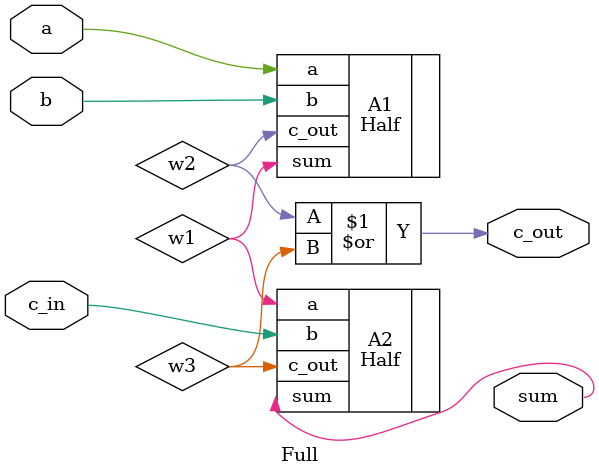
<source format=v>
`timescale 1ns / 1ps


module Full(
    output sum,
    output c_out,
    input a,
    input b,
    input c_in
    );
    
    wire w1, w2, w3;
    
    Half A1(.sum(w1), .c_out(w2), .a(a), .b(b));
    Half A2(.sum(sum), .c_out(w3), .a(w1), .b(c_in));
    or A3(c_out, w2, w3);
endmodule

</source>
